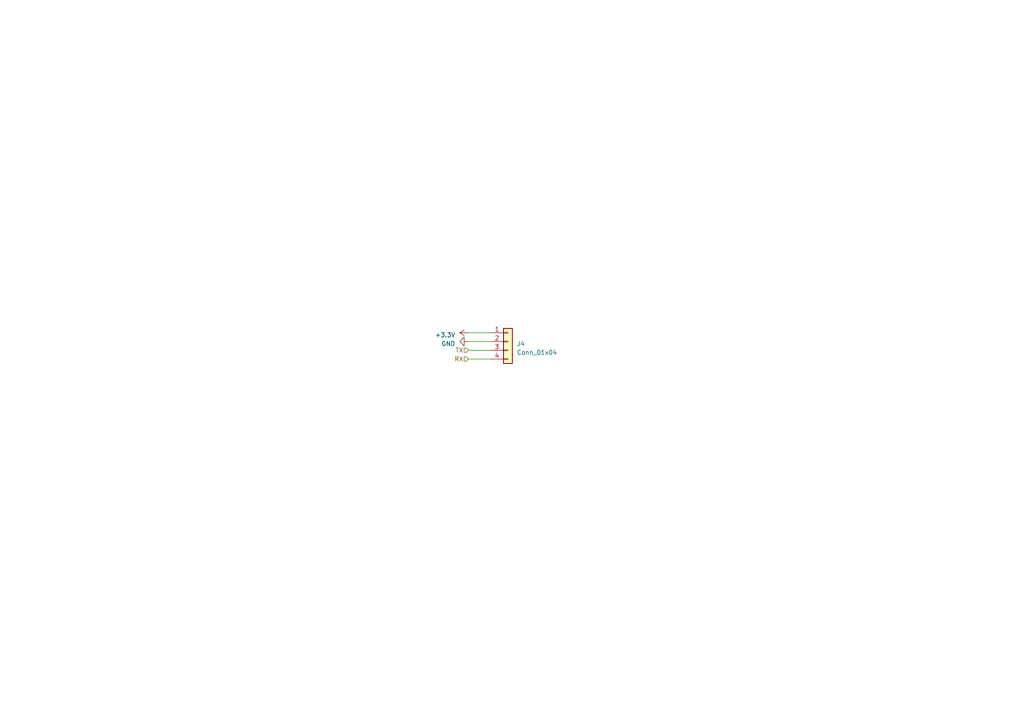
<source format=kicad_sch>
(kicad_sch (version 20230121) (generator eeschema)
  (paper "A4")
  (lib_symbols
    (symbol "Connector_Generic:Conn_01x04" (pin_names (offset 1.016) hide)
      (property "Reference" "J" (at 0 5.08 0))
      (property "Value" "Conn_01x04" (at 0 -7.62 0))
      (symbol "Conn_01x04_1_1"
        (rectangle (start -1.27 -4.953) (end 0 -5.207) (stroke (width 0.1524)))
        (rectangle (start -1.27 -2.413) (end 0 -2.667) (stroke (width 0.1524)))
        (rectangle (start -1.27 0.127) (end 0 -0.127) (stroke (width 0.1524)))
        (rectangle (start -1.27 2.667) (end 0 2.413) (stroke (width 0.1524)))
        (rectangle (start -1.27 3.81) (end 1.27 -6.35) (stroke (width 0.254)) (fill (type background)))
        (pin passive line (at -5.08 2.54 0) (length 3.81) (name "Pin_1") (number "1"))
        (pin passive line (at -5.08 0 0) (length 3.81) (name "Pin_2") (number "2"))
        (pin passive line (at -5.08 -2.54 0) (length 3.81) (name "Pin_3") (number "3"))
        (pin passive line (at -5.08 -5.08 0) (length 3.81) (name "Pin_4") (number "4"))
      )
    )
    (symbol "power:+3.3V" (power) (pin_names (offset 0))
      (property "Value" "+3.3V" (at 0 3.556 0))
      (symbol "+3.3V_0_1"
        (polyline (pts (xy -0.762 1.27) (xy 0 2.54)))
        (polyline (pts (xy 0 0) (xy 0 2.54)))
        (polyline (pts (xy 0 2.54) (xy 0.762 1.27)))
      )
      (symbol "+3.3V_1_1"
        (pin power_in line (at 0 0 90) (length 0) hide (name "+3.3V") (number "1"))
      )
    )
    (symbol "power:GND" (power) (pin_names (offset 0))
      (property "Value" "GND" (at 0 -3.81 0))
      (symbol "GND_0_1"
        (polyline (pts (xy 0 0) (xy 0 -1.27) (xy 1.27 -1.27) (xy 0 -2.54) (xy -1.27 -1.27) (xy 0 -1.27)))
      )
      (symbol "GND_1_1"
        (pin power_in line (at 0 0 270) (length 0) hide (name "GND") (number "1"))
      )
    )
  )
  (wire (pts (xy 135.89 96.52) (xy 142.24 96.52)))
  (wire (pts (xy 135.89 99.06) (xy 142.24 99.06)))
  (wire (pts (xy 135.89 101.6) (xy 142.24 101.6)))
  (wire (pts (xy 135.89 104.14) (xy 142.24 104.14)))
  (hierarchical_label "TX" (shape input) (at 135.89 101.6 180))
  (hierarchical_label "RX" (shape input) (at 135.89 104.14 180))
  (symbol (lib_id "Connector_Generic:Conn_01x04") (at 147.32 99.06 0) (unit 1)
    (property "Reference" "J4" (at 149.86 99.695 0) (effects (justify left)))
    (property "Value" "Conn_01x04" (at 149.86 102.235 0) (effects (justify left)))
    (property "Footprint" "Connector_PinSocket_2.54mm:PinSocket_1x04_P2.54mm_Horizontal" (effects hide))
  )
  (symbol (lib_id "power:GND") (at 135.89 99.06 270) (unit 1)
    (property "Reference" "#PWR04" (effects hide))
    (property "Value" "GND" (at 132.08 99.695 90) (effects (justify right)))
  )
  (symbol (lib_id "power:+3.3V") (at 135.89 96.52 90) (unit 1)
    (property "Reference" "#PWR05" (effects hide))
    (property "Value" "+3.3V" (at 132.08 97.155 90) (effects (justify left)))
  )
)
</source>
